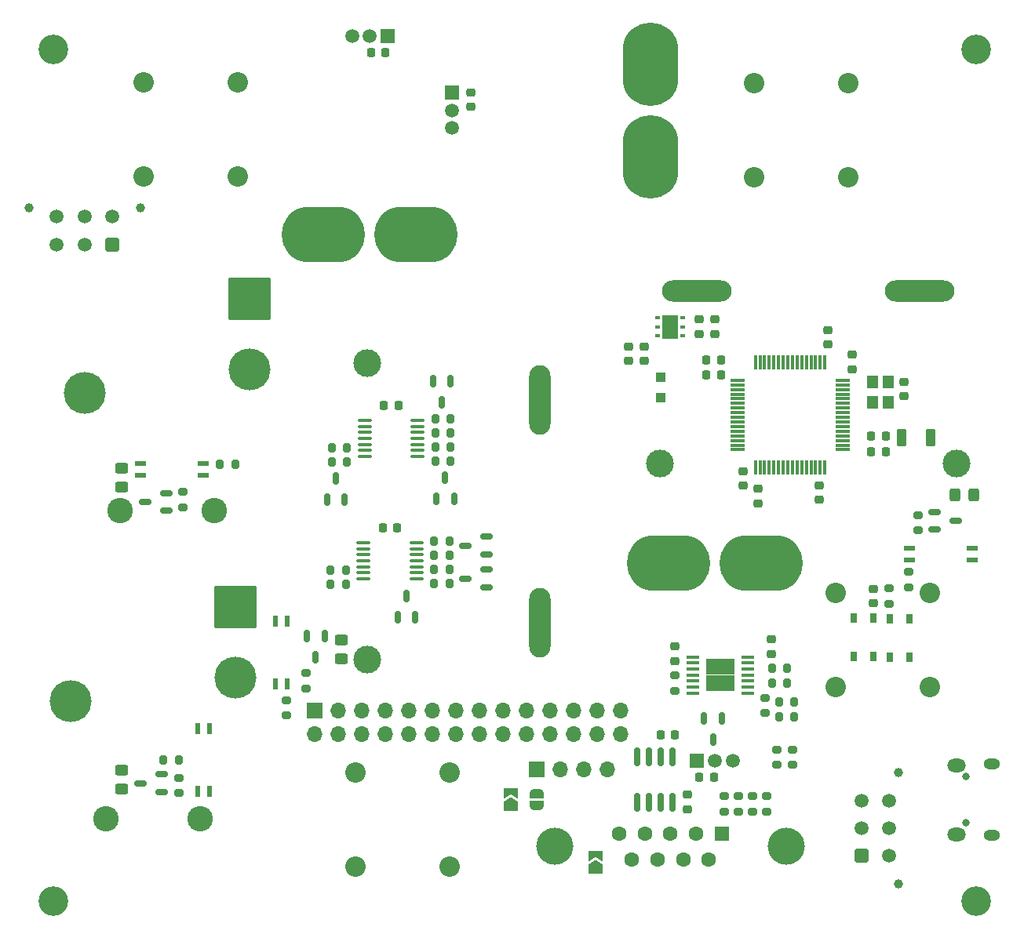
<source format=gbs>
G04 #@! TF.GenerationSoftware,KiCad,Pcbnew,7.0.2*
G04 #@! TF.CreationDate,2023-11-12T14:42:30-07:00*
G04 #@! TF.ProjectId,Relay_Board_Lucy_V1,52656c61-795f-4426-9f61-72645f4c7563,V1.0*
G04 #@! TF.SameCoordinates,Original*
G04 #@! TF.FileFunction,Soldermask,Bot*
G04 #@! TF.FilePolarity,Negative*
%FSLAX46Y46*%
G04 Gerber Fmt 4.6, Leading zero omitted, Abs format (unit mm)*
G04 Created by KiCad (PCBNEW 7.0.2) date 2023-11-12 14:42:30*
%MOMM*%
%LPD*%
G01*
G04 APERTURE LIST*
G04 Aperture macros list*
%AMRoundRect*
0 Rectangle with rounded corners*
0 $1 Rounding radius*
0 $2 $3 $4 $5 $6 $7 $8 $9 X,Y pos of 4 corners*
0 Add a 4 corners polygon primitive as box body*
4,1,4,$2,$3,$4,$5,$6,$7,$8,$9,$2,$3,0*
0 Add four circle primitives for the rounded corners*
1,1,$1+$1,$2,$3*
1,1,$1+$1,$4,$5*
1,1,$1+$1,$6,$7*
1,1,$1+$1,$8,$9*
0 Add four rect primitives between the rounded corners*
20,1,$1+$1,$2,$3,$4,$5,0*
20,1,$1+$1,$4,$5,$6,$7,0*
20,1,$1+$1,$6,$7,$8,$9,0*
20,1,$1+$1,$8,$9,$2,$3,0*%
%AMFreePoly0*
4,1,19,0.500000,-0.750000,0.000000,-0.750000,0.000000,-0.744911,-0.071157,-0.744911,-0.207708,-0.704816,-0.327430,-0.627875,-0.420627,-0.520320,-0.479746,-0.390866,-0.500000,-0.250000,-0.500000,0.250000,-0.479746,0.390866,-0.420627,0.520320,-0.327430,0.627875,-0.207708,0.704816,-0.071157,0.744911,0.000000,0.744911,0.000000,0.750000,0.500000,0.750000,0.500000,-0.750000,0.500000,-0.750000,
$1*%
%AMFreePoly1*
4,1,19,0.000000,0.744911,0.071157,0.744911,0.207708,0.704816,0.327430,0.627875,0.420627,0.520320,0.479746,0.390866,0.500000,0.250000,0.500000,-0.250000,0.479746,-0.390866,0.420627,-0.520320,0.327430,-0.627875,0.207708,-0.704816,0.071157,-0.744911,0.000000,-0.744911,0.000000,-0.750000,-0.500000,-0.750000,-0.500000,0.750000,0.000000,0.750000,0.000000,0.744911,0.000000,0.744911,
$1*%
%AMFreePoly2*
4,1,6,1.000000,0.000000,0.500000,-0.750000,-0.500000,-0.750000,-0.500000,0.750000,0.500000,0.750000,1.000000,0.000000,1.000000,0.000000,$1*%
%AMFreePoly3*
4,1,6,0.500000,-0.750000,-0.650000,-0.750000,-0.150000,0.000000,-0.650000,0.750000,0.500000,0.750000,0.500000,-0.750000,0.500000,-0.750000,$1*%
G04 Aperture macros list end*
%ADD10RoundRect,0.102000X-2.159000X-2.159000X2.159000X-2.159000X2.159000X2.159000X-2.159000X2.159000X0*%
%ADD11C,4.522000*%
%ADD12C,2.744000*%
%ADD13C,2.209800*%
%ADD14O,0.800000X0.800000*%
%ADD15O,1.800000X1.150000*%
%ADD16O,2.000000X1.450000*%
%ADD17R,1.700000X1.700000*%
%ADD18O,1.700000X1.700000*%
%ADD19C,1.000000*%
%ADD20RoundRect,0.250001X0.499999X0.499999X-0.499999X0.499999X-0.499999X-0.499999X0.499999X-0.499999X0*%
%ADD21C,1.500000*%
%ADD22C,3.200000*%
%ADD23O,7.500000X2.300000*%
%ADD24C,3.000000*%
%ADD25O,2.300000X7.500000*%
%ADD26R,1.500000X1.500000*%
%ADD27C,0.800000*%
%ADD28O,9.000000X6.000000*%
%ADD29RoundRect,0.250001X0.499999X-0.499999X0.499999X0.499999X-0.499999X0.499999X-0.499999X-0.499999X0*%
%ADD30O,6.000000X9.000000*%
%ADD31C,4.000000*%
%ADD32R,1.600000X1.600000*%
%ADD33C,1.600000*%
%ADD34RoundRect,0.150000X-0.512500X-0.150000X0.512500X-0.150000X0.512500X0.150000X-0.512500X0.150000X0*%
%ADD35RoundRect,0.200000X0.275000X-0.200000X0.275000X0.200000X-0.275000X0.200000X-0.275000X-0.200000X0*%
%ADD36RoundRect,0.200000X-0.200000X-0.275000X0.200000X-0.275000X0.200000X0.275000X-0.200000X0.275000X0*%
%ADD37R,0.650000X1.050000*%
%ADD38RoundRect,0.200000X0.200000X0.275000X-0.200000X0.275000X-0.200000X-0.275000X0.200000X-0.275000X0*%
%ADD39RoundRect,0.150000X0.150000X-0.512500X0.150000X0.512500X-0.150000X0.512500X-0.150000X-0.512500X0*%
%ADD40RoundRect,0.150000X-0.150000X0.825000X-0.150000X-0.825000X0.150000X-0.825000X0.150000X0.825000X0*%
%ADD41RoundRect,0.200000X-0.275000X0.200000X-0.275000X-0.200000X0.275000X-0.200000X0.275000X0.200000X0*%
%ADD42RoundRect,0.225000X-0.250000X0.225000X-0.250000X-0.225000X0.250000X-0.225000X0.250000X0.225000X0*%
%ADD43RoundRect,0.225000X0.225000X0.250000X-0.225000X0.250000X-0.225000X-0.250000X0.225000X-0.250000X0*%
%ADD44RoundRect,0.225000X0.250000X-0.225000X0.250000X0.225000X-0.250000X0.225000X-0.250000X-0.225000X0*%
%ADD45RoundRect,0.150000X0.512500X0.150000X-0.512500X0.150000X-0.512500X-0.150000X0.512500X-0.150000X0*%
%ADD46R,1.219200X0.558800*%
%ADD47RoundRect,0.250000X-0.450000X0.325000X-0.450000X-0.325000X0.450000X-0.325000X0.450000X0.325000X0*%
%ADD48RoundRect,0.225000X-0.225000X-0.250000X0.225000X-0.250000X0.225000X0.250000X-0.225000X0.250000X0*%
%ADD49RoundRect,0.100000X0.637500X0.100000X-0.637500X0.100000X-0.637500X-0.100000X0.637500X-0.100000X0*%
%ADD50RoundRect,0.150000X-0.150000X0.512500X-0.150000X-0.512500X0.150000X-0.512500X0.150000X0.512500X0*%
%ADD51R,1.000000X1.000000*%
%ADD52RoundRect,0.075000X0.700000X0.075000X-0.700000X0.075000X-0.700000X-0.075000X0.700000X-0.075000X0*%
%ADD53RoundRect,0.075000X0.075000X0.700000X-0.075000X0.700000X-0.075000X-0.700000X0.075000X-0.700000X0*%
%ADD54FreePoly0,90.000000*%
%ADD55FreePoly1,90.000000*%
%ADD56RoundRect,0.250000X0.325000X0.450000X-0.325000X0.450000X-0.325000X-0.450000X0.325000X-0.450000X0*%
%ADD57FreePoly2,90.000000*%
%ADD58FreePoly3,90.000000*%
%ADD59R,0.630000X0.450000*%
%ADD60R,1.700000X2.600000*%
%ADD61RoundRect,0.250000X0.275000X0.700000X-0.275000X0.700000X-0.275000X-0.700000X0.275000X-0.700000X0*%
%ADD62R,0.558800X1.219200*%
%ADD63R,1.450000X0.450000*%
%ADD64R,1.500000X1.800000*%
%ADD65R,1.200000X1.400000*%
G04 APERTURE END LIST*
D10*
X110800000Y-117100000D03*
D11*
X110800000Y-124720000D03*
D12*
X106990000Y-139960000D03*
X96830000Y-139960000D03*
D11*
X93020000Y-127260000D03*
D13*
X175641000Y-125730000D03*
X185801000Y-125730000D03*
X175641000Y-115570000D03*
X185801000Y-115570000D03*
D14*
X189700000Y-140422000D03*
X189700000Y-135422000D03*
D15*
X192450000Y-141797000D03*
D16*
X188650000Y-141647000D03*
X188650000Y-134197000D03*
D15*
X192450000Y-134047000D03*
D17*
X119390000Y-128270000D03*
D18*
X119390000Y-130810000D03*
X121930000Y-128270000D03*
X121930000Y-130810000D03*
X124470000Y-128270000D03*
X124470000Y-130810000D03*
X127010000Y-128270000D03*
X127010000Y-130810000D03*
X129550000Y-128270000D03*
X129550000Y-130810000D03*
X132090000Y-128270000D03*
X132090000Y-130810000D03*
X134630000Y-128270000D03*
X134630000Y-130810000D03*
X137170000Y-128270000D03*
X137170000Y-130810000D03*
X139710000Y-128270000D03*
X139710000Y-130810000D03*
X142250000Y-128270000D03*
X142250000Y-130810000D03*
X144790000Y-128270000D03*
X144790000Y-130810000D03*
X147330000Y-128270000D03*
X147330000Y-130810000D03*
X149870000Y-128270000D03*
X149870000Y-130810000D03*
X152410000Y-128270000D03*
X152410000Y-130810000D03*
D17*
X143383000Y-134620000D03*
D18*
X145923000Y-134620000D03*
X148463000Y-134620000D03*
X151003000Y-134620000D03*
D13*
X123825000Y-135001000D03*
X123825000Y-145161000D03*
X133985000Y-135001000D03*
X133985000Y-145161000D03*
D19*
X100567000Y-74038000D03*
X88567000Y-74038000D03*
D20*
X97567000Y-77978000D03*
D21*
X94567000Y-77978000D03*
X91567000Y-77978000D03*
X97567000Y-74978000D03*
X94567000Y-74978000D03*
X91567000Y-74978000D03*
D22*
X190754000Y-56896000D03*
D23*
X160650000Y-83000000D03*
X184650000Y-83000000D03*
D24*
X188650000Y-101600000D03*
X156650000Y-101600000D03*
D25*
X143695000Y-94805000D03*
X143695000Y-118805000D03*
D24*
X125095000Y-122805000D03*
X125095000Y-90805000D03*
D13*
X111125000Y-70612000D03*
X111125000Y-60452000D03*
X100965000Y-70612000D03*
X100965000Y-60452000D03*
D26*
X160660000Y-133745000D03*
D21*
X162570000Y-133745000D03*
X164480000Y-133745000D03*
D27*
X163620000Y-111715000D03*
X163620000Y-112975000D03*
X164370000Y-110685000D03*
X164370000Y-114005000D03*
X165570000Y-110295000D03*
X165570000Y-114395000D03*
X166900000Y-110295000D03*
X166900000Y-114395000D03*
D28*
X167570000Y-112345000D03*
D27*
X168240000Y-110295000D03*
X168240000Y-114395000D03*
X169570000Y-110295000D03*
X169570000Y-114395000D03*
X170770000Y-110685000D03*
X170770000Y-114005000D03*
X171520000Y-111715000D03*
X171520000Y-112975000D03*
X153620000Y-111715000D03*
X153620000Y-112975000D03*
X154370000Y-110685000D03*
X154370000Y-114005000D03*
X155570000Y-110295000D03*
X155570000Y-114395000D03*
X156900000Y-110295000D03*
X156900000Y-114395000D03*
D28*
X157570000Y-112345000D03*
D27*
X158240000Y-110295000D03*
X158240000Y-114395000D03*
X159570000Y-110295000D03*
X159570000Y-114395000D03*
X160770000Y-110685000D03*
X160770000Y-114005000D03*
X161520000Y-111715000D03*
X161520000Y-112975000D03*
D22*
X91186000Y-148844000D03*
X190754000Y-148844000D03*
D19*
X182340000Y-147000000D03*
X182340000Y-135000000D03*
D29*
X178400000Y-144000000D03*
D21*
X178400000Y-141000000D03*
X178400000Y-138000000D03*
X181400000Y-144000000D03*
X181400000Y-141000000D03*
X181400000Y-138000000D03*
D26*
X134225000Y-61600000D03*
D21*
X134225000Y-63510000D03*
X134225000Y-65420000D03*
D27*
X156255000Y-64560000D03*
X154995000Y-64560000D03*
X157285000Y-65310000D03*
X153965000Y-65310000D03*
X157675000Y-66510000D03*
X153575000Y-66510000D03*
X157675000Y-67840000D03*
X153575000Y-67840000D03*
D30*
X155625000Y-68510000D03*
D27*
X157675000Y-69180000D03*
X153575000Y-69180000D03*
X157675000Y-70510000D03*
X153575000Y-70510000D03*
X157285000Y-71710000D03*
X153965000Y-71710000D03*
X156255000Y-72460000D03*
X154995000Y-72460000D03*
X156255000Y-54560000D03*
X154995000Y-54560000D03*
X157285000Y-55310000D03*
X153965000Y-55310000D03*
X157675000Y-56510000D03*
X153575000Y-56510000D03*
X157675000Y-57840000D03*
X153575000Y-57840000D03*
D30*
X155625000Y-58510000D03*
D27*
X157675000Y-59180000D03*
X153575000Y-59180000D03*
X157675000Y-60510000D03*
X153575000Y-60510000D03*
X157285000Y-61710000D03*
X153965000Y-61710000D03*
X156255000Y-62460000D03*
X154995000Y-62460000D03*
D13*
X176931600Y-70739101D03*
X176931600Y-60579101D03*
X166771600Y-70739101D03*
X166771600Y-60579101D03*
D10*
X112400000Y-83840000D03*
D11*
X112400000Y-91460000D03*
D12*
X108590000Y-106700000D03*
X98430000Y-106700000D03*
D11*
X94620000Y-94000000D03*
D31*
X145270000Y-142979000D03*
X170270000Y-142979000D03*
D32*
X163310000Y-141559000D03*
D33*
X160540000Y-141559000D03*
X157770000Y-141559000D03*
X155000000Y-141559000D03*
X152230000Y-141559000D03*
X161925000Y-144399000D03*
X159155000Y-144399000D03*
X156385000Y-144399000D03*
X153615000Y-144399000D03*
D22*
X91186000Y-56896000D03*
D26*
X127249000Y-55485000D03*
D21*
X125339000Y-55485000D03*
X123429000Y-55485000D03*
D27*
X124289000Y-77515000D03*
X124289000Y-76255000D03*
X123539000Y-78545000D03*
X123539000Y-75225000D03*
X122339000Y-78935000D03*
X122339000Y-74835000D03*
X121009000Y-78935000D03*
X121009000Y-74835000D03*
D28*
X120339000Y-76885000D03*
D27*
X119669000Y-78935000D03*
X119669000Y-74835000D03*
X118339000Y-78935000D03*
X118339000Y-74835000D03*
X117139000Y-78545000D03*
X117139000Y-75225000D03*
X116389000Y-77515000D03*
X116389000Y-76255000D03*
X134289000Y-77515000D03*
X134289000Y-76255000D03*
X133539000Y-78545000D03*
X133539000Y-75225000D03*
X132339000Y-78935000D03*
X132339000Y-74835000D03*
X131009000Y-78935000D03*
X131009000Y-74835000D03*
D28*
X130339000Y-76885000D03*
D27*
X129669000Y-78935000D03*
X129669000Y-74835000D03*
X128339000Y-78935000D03*
X128339000Y-74835000D03*
X127139000Y-78545000D03*
X127139000Y-75225000D03*
X126389000Y-77515000D03*
X126389000Y-76255000D03*
D34*
X186314500Y-108773000D03*
X186314500Y-106873000D03*
X188589500Y-107823000D03*
D35*
X165100000Y-139191000D03*
X165100000Y-137541000D03*
D36*
X109157000Y-101727000D03*
X110807000Y-101727000D03*
D37*
X177555000Y-118321000D03*
X177555000Y-122471000D03*
X179705000Y-118321000D03*
X179705000Y-122471000D03*
D38*
X122745000Y-113157000D03*
X121095000Y-113157000D03*
D36*
X168720000Y-123698000D03*
X170370000Y-123698000D03*
X132271000Y-111506000D03*
X133921000Y-111506000D03*
D39*
X134427000Y-105404500D03*
X132527000Y-105404500D03*
X133477000Y-103129500D03*
D40*
X154178000Y-133288000D03*
X155448000Y-133288000D03*
X156718000Y-133288000D03*
X157988000Y-133288000D03*
X157988000Y-138238000D03*
X156718000Y-138238000D03*
X155448000Y-138238000D03*
X154178000Y-138238000D03*
D38*
X122745000Y-114681000D03*
X121095000Y-114681000D03*
D41*
X183515000Y-113348000D03*
X183515000Y-114998000D03*
D42*
X183007000Y-92824000D03*
X183007000Y-94374000D03*
D43*
X163208000Y-92075000D03*
X161658000Y-92075000D03*
D42*
X165608000Y-102476000D03*
X165608000Y-104026000D03*
D44*
X179705000Y-116726000D03*
X179705000Y-115176000D03*
D45*
X137916500Y-109540000D03*
X137916500Y-111440000D03*
X135641500Y-110490000D03*
D46*
X183553100Y-112014000D03*
X183553100Y-110744000D03*
X190334900Y-110744000D03*
X190334900Y-112014000D03*
D41*
X163576000Y-137541000D03*
X163576000Y-139191000D03*
D47*
X122301000Y-120641000D03*
X122301000Y-122691000D03*
D48*
X156705000Y-130937000D03*
X158255000Y-130937000D03*
D46*
X107403900Y-101600000D03*
X107403900Y-102870000D03*
X100622100Y-102870000D03*
X100622100Y-101600000D03*
D49*
X130497500Y-96983000D03*
X130497500Y-97633000D03*
X130497500Y-98283000D03*
X130497500Y-98933000D03*
X130497500Y-99583000D03*
X130497500Y-100233000D03*
X130497500Y-100883000D03*
X124772500Y-100883000D03*
X124772500Y-100233000D03*
X124772500Y-99583000D03*
X124772500Y-98933000D03*
X124772500Y-98283000D03*
X124772500Y-97633000D03*
X124772500Y-96983000D03*
D42*
X136271000Y-61582000D03*
X136271000Y-63132000D03*
D44*
X168656000Y-122187000D03*
X168656000Y-120637000D03*
D36*
X132398000Y-99822000D03*
X134048000Y-99822000D03*
D35*
X169291000Y-134175000D03*
X169291000Y-132525000D03*
D50*
X118557000Y-120274500D03*
X120457000Y-120274500D03*
X119507000Y-122549500D03*
D44*
X177419000Y-91453000D03*
X177419000Y-89903000D03*
D51*
X156718000Y-92329000D03*
D48*
X160896000Y-135509000D03*
X162446000Y-135509000D03*
D52*
X176363000Y-92643000D03*
X176363000Y-93143000D03*
X176363000Y-93643000D03*
X176363000Y-94143000D03*
X176363000Y-94643000D03*
X176363000Y-95143000D03*
X176363000Y-95643000D03*
X176363000Y-96143000D03*
X176363000Y-96643000D03*
X176363000Y-97143000D03*
X176363000Y-97643000D03*
X176363000Y-98143000D03*
X176363000Y-98643000D03*
X176363000Y-99143000D03*
X176363000Y-99643000D03*
X176363000Y-100143000D03*
D53*
X174438000Y-102068000D03*
X173938000Y-102068000D03*
X173438000Y-102068000D03*
X172938000Y-102068000D03*
X172438000Y-102068000D03*
X171938000Y-102068000D03*
X171438000Y-102068000D03*
X170938000Y-102068000D03*
X170438000Y-102068000D03*
X169938000Y-102068000D03*
X169438000Y-102068000D03*
X168938000Y-102068000D03*
X168438000Y-102068000D03*
X167938000Y-102068000D03*
X167438000Y-102068000D03*
X166938000Y-102068000D03*
D52*
X165013000Y-100143000D03*
X165013000Y-99643000D03*
X165013000Y-99143000D03*
X165013000Y-98643000D03*
X165013000Y-98143000D03*
X165013000Y-97643000D03*
X165013000Y-97143000D03*
X165013000Y-96643000D03*
X165013000Y-96143000D03*
X165013000Y-95643000D03*
X165013000Y-95143000D03*
X165013000Y-94643000D03*
X165013000Y-94143000D03*
X165013000Y-93643000D03*
X165013000Y-93143000D03*
X165013000Y-92643000D03*
D53*
X166938000Y-90718000D03*
X167438000Y-90718000D03*
X167938000Y-90718000D03*
X168438000Y-90718000D03*
X168938000Y-90718000D03*
X169438000Y-90718000D03*
X169938000Y-90718000D03*
X170438000Y-90718000D03*
X170938000Y-90718000D03*
X171438000Y-90718000D03*
X171938000Y-90718000D03*
X172438000Y-90718000D03*
X172938000Y-90718000D03*
X173438000Y-90718000D03*
X173938000Y-90718000D03*
X174438000Y-90718000D03*
D36*
X132398000Y-96774000D03*
X134048000Y-96774000D03*
D38*
X122872000Y-99949000D03*
X121222000Y-99949000D03*
D50*
X132146000Y-92715500D03*
X134046000Y-92715500D03*
X133096000Y-94990500D03*
D42*
X153289000Y-89014000D03*
X153289000Y-90564000D03*
D54*
X143383000Y-138572000D03*
D55*
X143383000Y-137272000D03*
D41*
X181356000Y-115126000D03*
X181356000Y-116776000D03*
D44*
X162560000Y-87630000D03*
X162560000Y-86080000D03*
D38*
X122872000Y-101473000D03*
X121222000Y-101473000D03*
X104711000Y-133604000D03*
X103061000Y-133604000D03*
D56*
X190509000Y-105029000D03*
X188459000Y-105029000D03*
D49*
X130370500Y-110191000D03*
X130370500Y-110841000D03*
X130370500Y-111491000D03*
X130370500Y-112141000D03*
X130370500Y-112791000D03*
X130370500Y-113441000D03*
X130370500Y-114091000D03*
X124645500Y-114091000D03*
X124645500Y-113441000D03*
X124645500Y-112791000D03*
X124645500Y-112141000D03*
X124645500Y-111491000D03*
X124645500Y-110841000D03*
X124645500Y-110191000D03*
D45*
X102864500Y-135194000D03*
X102864500Y-137094000D03*
X100589500Y-136144000D03*
D43*
X163208000Y-90424000D03*
X161658000Y-90424000D03*
D36*
X132398000Y-98298000D03*
X134048000Y-98298000D03*
D39*
X122616000Y-105531500D03*
X120716000Y-105531500D03*
X121666000Y-103256500D03*
D50*
X161422000Y-129159000D03*
X163322000Y-129159000D03*
X162372000Y-131434000D03*
D41*
X158242000Y-124524000D03*
X158242000Y-126174000D03*
D44*
X160909000Y-87643000D03*
X160909000Y-86093000D03*
D47*
X98552000Y-134738000D03*
X98552000Y-136788000D03*
D57*
X149733000Y-145378000D03*
D58*
X149733000Y-143928000D03*
D36*
X132271000Y-114554000D03*
X133921000Y-114554000D03*
D42*
X173863000Y-104000000D03*
X173863000Y-105550000D03*
D36*
X169482000Y-127358127D03*
X171132000Y-127358127D03*
X132271000Y-113030000D03*
X133921000Y-113030000D03*
D35*
X170942000Y-134175000D03*
X170942000Y-132525000D03*
D45*
X137916500Y-113096000D03*
X137916500Y-114996000D03*
X135641500Y-114046000D03*
D59*
X156394000Y-87818000D03*
X156394000Y-86868000D03*
X156394000Y-85918000D03*
X159074000Y-85918000D03*
X159074000Y-86868000D03*
X159074000Y-87818000D03*
D60*
X157734000Y-86868000D03*
D61*
X185852000Y-98806000D03*
X182702000Y-98806000D03*
D47*
X98552000Y-102099000D03*
X98552000Y-104149000D03*
D36*
X169482000Y-129009127D03*
X171132000Y-129009127D03*
X132398000Y-101346000D03*
X134048000Y-101346000D03*
D48*
X179438000Y-100330000D03*
X180988000Y-100330000D03*
D35*
X118491000Y-125920000D03*
X118491000Y-124270000D03*
D43*
X127013000Y-57277000D03*
X125463000Y-57277000D03*
D35*
X168148000Y-139191000D03*
X168148000Y-137541000D03*
D41*
X116332000Y-127191000D03*
X116332000Y-128841000D03*
D43*
X128283000Y-108585000D03*
X126733000Y-108585000D03*
D36*
X168720000Y-125349000D03*
X170370000Y-125349000D03*
D44*
X159639000Y-138951000D03*
X159639000Y-137401000D03*
D43*
X128410000Y-95377000D03*
X126860000Y-95377000D03*
D41*
X166624000Y-137541000D03*
X166624000Y-139191000D03*
D36*
X132271000Y-109982000D03*
X133921000Y-109982000D03*
D41*
X105156000Y-104712000D03*
X105156000Y-106362000D03*
D62*
X106807000Y-130213100D03*
X108077000Y-130213100D03*
X108077000Y-136994900D03*
X106807000Y-136994900D03*
D44*
X174752000Y-88786000D03*
X174752000Y-87236000D03*
D48*
X179438000Y-98679000D03*
X180988000Y-98679000D03*
D35*
X168021000Y-128587000D03*
X168021000Y-126937000D03*
X184531000Y-108838000D03*
X184531000Y-107188000D03*
D39*
X130236000Y-118231500D03*
X128336000Y-118231500D03*
X129286000Y-115956500D03*
D42*
X154940000Y-89014000D03*
X154940000Y-90564000D03*
X167259000Y-104381000D03*
X167259000Y-105931000D03*
D45*
X103372500Y-104841000D03*
X103372500Y-106741000D03*
X101097500Y-105791000D03*
D42*
X158242000Y-121399000D03*
X158242000Y-122949000D03*
D57*
X140589000Y-138647000D03*
D58*
X140589000Y-137197000D03*
D63*
X166133000Y-122521000D03*
X166133000Y-123171000D03*
X166133000Y-123821000D03*
X166133000Y-124471000D03*
X166133000Y-125121000D03*
X166133000Y-125771000D03*
X166133000Y-126421000D03*
X160233000Y-126421000D03*
X160233000Y-125771000D03*
X160233000Y-125121000D03*
X160233000Y-124471000D03*
X160233000Y-123821000D03*
X160233000Y-123171000D03*
X160233000Y-122521000D03*
D64*
X163933000Y-125371000D03*
X163933000Y-123571000D03*
X162433000Y-125371000D03*
X162433000Y-123571000D03*
D65*
X181317000Y-92829200D03*
X181317000Y-95029200D03*
X179617000Y-95029200D03*
X179617000Y-92829200D03*
D51*
X156718000Y-94488000D03*
D35*
X104775000Y-137223000D03*
X104775000Y-135573000D03*
D37*
X183574000Y-122512000D03*
X183574000Y-118362000D03*
X181424000Y-122512000D03*
X181424000Y-118362000D03*
D62*
X116459000Y-125437900D03*
X115189000Y-125437900D03*
X115189000Y-118656100D03*
X116459000Y-118656100D03*
M02*

</source>
